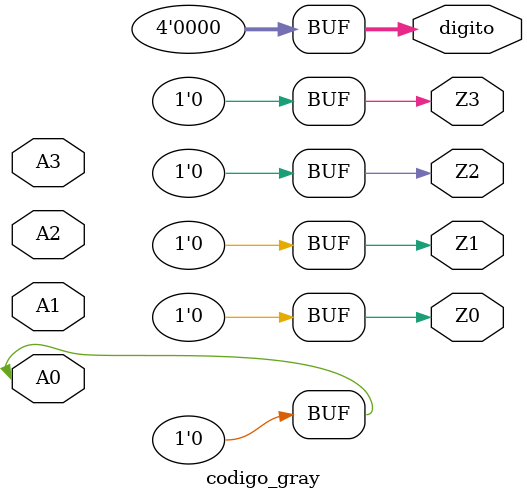
<source format=sv>
`timescale 1ns / 1ps

module codigo_gray(

    input A0,
    input A1,
    input A2,
    input A3,

    output wire Z0,
    output wire Z1,
    output wire Z2,
    output wire Z3,
    
    output reg [3:0] digito = 0,
    );
    
assign Z3 = A0;
assign Z2 = ~(~(A0) ^ A1);
assign Z1 = ~(~(A1) ^ A2);
assign Z0 = ~(~(A2) ^ A3);
    
    assign digito[0] = Z0;
    assign digito[1] = Z1;
    assign digito[2] = Z2;
    assign digito[3] = Z3;
    
endmodule

</source>
